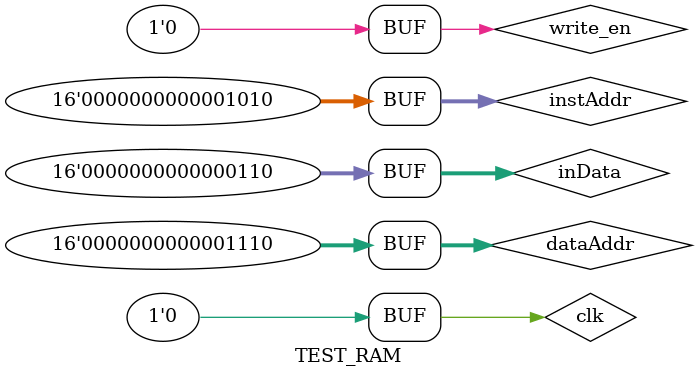
<source format=v>
`timescale 1ns / 1ps


module TEST_RAM;

	// Inputs
	reg clk;
	reg [15:0] dataAddr;
	reg [15:0] instAddr;
	reg [15:0] inData;
	reg write_en;

	// Outputs
	wire [15:0] dataOut;
	wire [31:0] instOut;

	// Instantiate the Unit Under Test (UUT)
	RAM uut (
		.clk(clk), 
		.dataAddr(dataAddr), 
		.instAddr(instAddr), 
		.dataOut(dataOut), 
		.instOut(instOut), 
		.inData(inData), 
		.write_en(write_en)
	);

	initial begin
		// Initialize Inputs


		instAddr = 0;

		dataAddr = 16'd10;
		inData = 16'd3;
		write_en = 1;
		#100;
 		clk = 1;
		#100
		clk = 0;
		dataAddr = 16'd12;
		inData = 16'd4;
		write_en = 1;		
		#100;
 		clk = 1;
		#100
		clk = 0;
		dataAddr = 16'd14;
		inData = 16'd5;
		write_en = 1;	
		#100;
 		clk = 1;
		#100
		clk = 0;
		dataAddr = 16'd16;
		inData = 16'd6;
		write_en = 1;
		#100;
 		clk = 1;
		#100
		clk = 0;
		dataAddr = 16'd10;
		inData = 16'd6;
		write_en = 0;
		instAddr = 16'd10;
		#100;
 		clk = 1;
		#100
		clk = 0;
		dataAddr = 16'd14;
		inData = 16'd6;
		write_en = 0;
		instAddr = 16'd10;
		#100;
 		clk = 1;
		#100
		clk = 0;		
	end
      
endmodule


</source>
